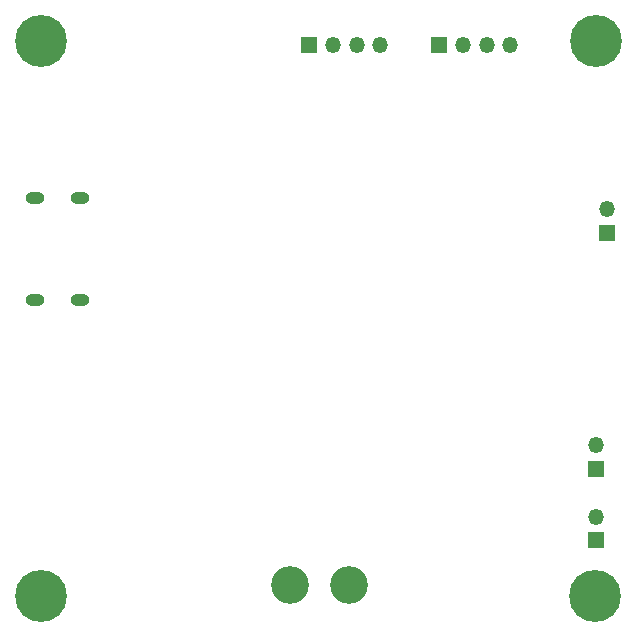
<source format=gbr>
%TF.GenerationSoftware,KiCad,Pcbnew,(6.0.0)*%
%TF.CreationDate,2022-04-01T15:35:24+08:00*%
%TF.ProjectId,LinkCharge40_Transmitter,4c696e6b-4368-4617-9267-6534305f5472,rev?*%
%TF.SameCoordinates,Original*%
%TF.FileFunction,Soldermask,Bot*%
%TF.FilePolarity,Negative*%
%FSLAX46Y46*%
G04 Gerber Fmt 4.6, Leading zero omitted, Abs format (unit mm)*
G04 Created by KiCad (PCBNEW (6.0.0)) date 2022-04-01 15:35:24*
%MOMM*%
%LPD*%
G01*
G04 APERTURE LIST*
%ADD10R,1.350000X1.350000*%
%ADD11O,1.350000X1.350000*%
%ADD12C,0.700000*%
%ADD13C,4.400000*%
%ADD14C,3.200000*%
%ADD15O,1.600000X1.000000*%
G04 APERTURE END LIST*
D10*
%TO.C,J3*%
X134510000Y-71860000D03*
D11*
X136510000Y-71860000D03*
X138510000Y-71860000D03*
X140510000Y-71860000D03*
%TD*%
D12*
%TO.C,H3*%
X111800000Y-116850000D03*
X111800000Y-120150000D03*
X112966726Y-119666726D03*
X110633274Y-117333274D03*
D13*
X111800000Y-118500000D03*
D12*
X110633274Y-119666726D03*
X112966726Y-117333274D03*
X110150000Y-118500000D03*
X113450000Y-118500000D03*
%TD*%
D10*
%TO.C,J6*%
X158760000Y-107750000D03*
D11*
X158760000Y-105750000D03*
%TD*%
D10*
%TO.C,J4*%
X159740000Y-87780000D03*
D11*
X159740000Y-85780000D03*
%TD*%
D12*
%TO.C,H1*%
X157633274Y-72666726D03*
X158800000Y-69850000D03*
X157633274Y-70333274D03*
D13*
X158800000Y-71500000D03*
D12*
X159966726Y-70333274D03*
X157150000Y-71500000D03*
X158800000Y-73150000D03*
X159966726Y-72666726D03*
X160450000Y-71500000D03*
%TD*%
%TO.C,H2*%
X157533274Y-119666726D03*
X158700000Y-120150000D03*
X160350000Y-118500000D03*
X159866726Y-117333274D03*
X157050000Y-118500000D03*
D13*
X158700000Y-118500000D03*
D12*
X157533274Y-117333274D03*
X159866726Y-119666726D03*
X158700000Y-116850000D03*
%TD*%
D14*
%TO.C,J5*%
X132840000Y-117595000D03*
X137840000Y-117595000D03*
%TD*%
D10*
%TO.C,J7*%
X158760000Y-113810000D03*
D11*
X158760000Y-111810000D03*
%TD*%
D10*
%TO.C,J2*%
X145510000Y-71860000D03*
D11*
X147510000Y-71860000D03*
X149510000Y-71860000D03*
X151510000Y-71860000D03*
%TD*%
D15*
%TO.C,J1*%
X115100000Y-84780000D03*
X115100000Y-93420000D03*
X111300000Y-84780000D03*
X111300000Y-93420000D03*
%TD*%
D12*
%TO.C,H4*%
X110633274Y-72666726D03*
D13*
X111800000Y-71500000D03*
D12*
X110633274Y-70333274D03*
X110150000Y-71500000D03*
X113450000Y-71500000D03*
X112966726Y-72666726D03*
X111800000Y-69850000D03*
X111800000Y-73150000D03*
X112966726Y-70333274D03*
%TD*%
M02*

</source>
